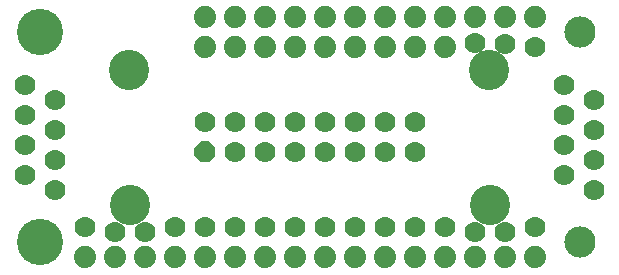
<source format=gbr>
G04 EAGLE Gerber RS-274X export*
G75*
%MOMM*%
%FSLAX34Y34*%
%LPD*%
%INSoldermask Top*%
%IPPOS*%
%AMOC8*
5,1,8,0,0,1.08239X$1,22.5*%
G01*
%ADD10C,2.641600*%
%ADD11C,3.911600*%
%ADD12C,1.879600*%
%ADD13P,1.924489X8X22.500000*%
%ADD14C,1.778000*%
%ADD15C,3.403600*%


D10*
X482600Y203200D03*
X482600Y25400D03*
D11*
X25400Y203200D03*
X25400Y25400D03*
D12*
X165100Y215900D03*
X190500Y215900D03*
X215900Y215900D03*
X241300Y215900D03*
X266700Y215900D03*
X292100Y215900D03*
X317500Y215900D03*
X342900Y215900D03*
X368300Y215900D03*
X393700Y215900D03*
X419100Y215900D03*
X444500Y215900D03*
X165100Y12700D03*
X190500Y12700D03*
X215900Y12700D03*
X241300Y12700D03*
X266700Y12700D03*
X292100Y12700D03*
X317500Y12700D03*
X342900Y12700D03*
X368300Y12700D03*
X393700Y12700D03*
X419100Y12700D03*
X444500Y12700D03*
X139700Y12700D03*
X114300Y12700D03*
X88900Y12700D03*
X63500Y12700D03*
D13*
X165100Y101600D03*
D14*
X165100Y127000D03*
X190500Y101600D03*
X190500Y127000D03*
X215900Y101600D03*
X215900Y127000D03*
X241300Y101600D03*
X241300Y127000D03*
X266700Y101600D03*
X266700Y127000D03*
X292100Y101600D03*
X292100Y127000D03*
X317500Y101600D03*
X317500Y127000D03*
X342900Y101600D03*
X342900Y127000D03*
D15*
X101600Y57150D03*
X100600Y171450D03*
D14*
X38100Y69900D03*
X12700Y82600D03*
X38100Y95300D03*
X12700Y108000D03*
X38100Y120700D03*
X12700Y133400D03*
X38100Y146100D03*
X12700Y158800D03*
D15*
X405130Y171450D03*
X406130Y57150D03*
D14*
X468630Y158700D03*
X494030Y146000D03*
X468630Y133300D03*
X494030Y120600D03*
X468630Y107900D03*
X494030Y95200D03*
X468630Y82500D03*
X494030Y69800D03*
X63500Y38100D03*
X88900Y34290D03*
X114300Y34290D03*
X444500Y190500D03*
X419100Y193040D03*
X393700Y194310D03*
D12*
X165100Y190500D03*
X190500Y190500D03*
X215900Y190500D03*
X241300Y190500D03*
X266700Y190500D03*
X292100Y190500D03*
X317500Y190500D03*
X342900Y190500D03*
X368300Y190500D03*
D14*
X444500Y38100D03*
X419100Y34290D03*
X393700Y34290D03*
X368300Y38100D03*
X342900Y38100D03*
X317500Y38100D03*
X292100Y38100D03*
X266700Y38100D03*
X241300Y38100D03*
X215900Y38100D03*
X190500Y38100D03*
X165100Y38100D03*
X139700Y38100D03*
M02*

</source>
